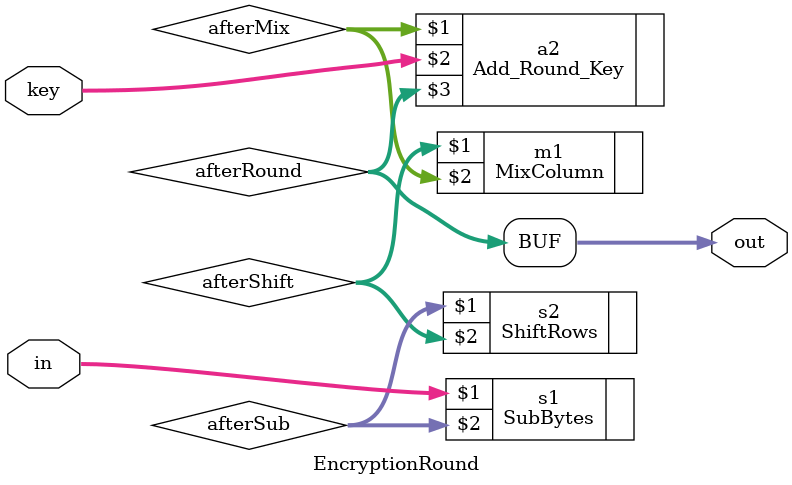
<source format=v>

module EncryptionRound #(parameter NK=4,NR=NK+6)(in,key,out);

input[0:127] in;
input [0:127] key;
output [0:127]out;

wire [0:127] afterSub;
wire [0:127] afterShift;
wire [0:127] afterMix;
wire [0:127] afterRound;
SubBytes s1(in,afterSub);
ShiftRows s2(afterSub,afterShift);
MixColumn m1(afterShift,afterMix);
Add_Round_Key a2(afterMix,key,afterRound);
assign out = afterRound;
endmodule

</source>
